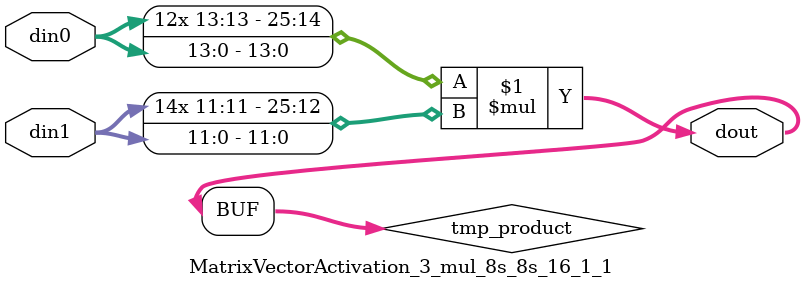
<source format=v>

`timescale 1 ns / 1 ps

  (* use_dsp = "no" *)  module MatrixVectorActivation_3_mul_8s_8s_16_1_1(din0, din1, dout);
parameter ID = 1;
parameter NUM_STAGE = 0;
parameter din0_WIDTH = 14;
parameter din1_WIDTH = 12;
parameter dout_WIDTH = 26;

input [din0_WIDTH - 1 : 0] din0; 
input [din1_WIDTH - 1 : 0] din1; 
output [dout_WIDTH - 1 : 0] dout;

wire signed [dout_WIDTH - 1 : 0] tmp_product;













assign tmp_product = $signed(din0) * $signed(din1);








assign dout = tmp_product;







endmodule

</source>
